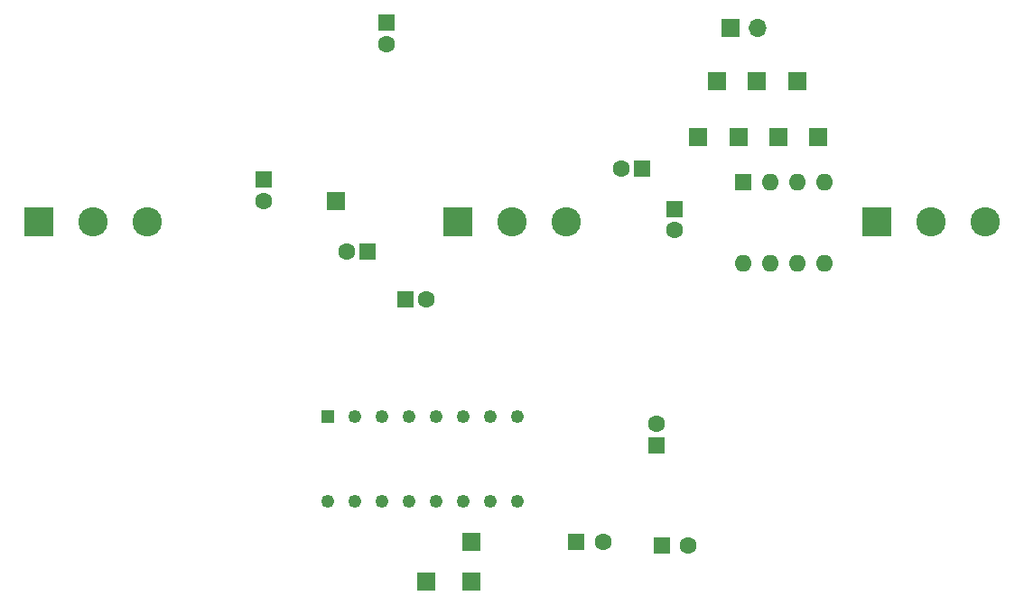
<source format=gbs>
%TF.GenerationSoftware,KiCad,Pcbnew,7.0.2*%
%TF.CreationDate,2023-07-16T22:24:44-04:00*%
%TF.ProjectId,hellerune,68656c6c-6572-4756-9e65-2e6b69636164,rev?*%
%TF.SameCoordinates,Original*%
%TF.FileFunction,Soldermask,Bot*%
%TF.FilePolarity,Negative*%
%FSLAX46Y46*%
G04 Gerber Fmt 4.6, Leading zero omitted, Abs format (unit mm)*
G04 Created by KiCad (PCBNEW 7.0.2) date 2023-07-16 22:24:44*
%MOMM*%
%LPD*%
G01*
G04 APERTURE LIST*
G04 Aperture macros list*
%AMRoundRect*
0 Rectangle with rounded corners*
0 $1 Rounding radius*
0 $2 $3 $4 $5 $6 $7 $8 $9 X,Y pos of 4 corners*
0 Add a 4 corners polygon primitive as box body*
4,1,4,$2,$3,$4,$5,$6,$7,$8,$9,$2,$3,0*
0 Add four circle primitives for the rounded corners*
1,1,$1+$1,$2,$3*
1,1,$1+$1,$4,$5*
1,1,$1+$1,$6,$7*
1,1,$1+$1,$8,$9*
0 Add four rect primitives between the rounded corners*
20,1,$1+$1,$2,$3,$4,$5,0*
20,1,$1+$1,$4,$5,$6,$7,0*
20,1,$1+$1,$6,$7,$8,$9,0*
20,1,$1+$1,$8,$9,$2,$3,0*%
G04 Aperture macros list end*
%ADD10R,1.700000X1.700000*%
%ADD11O,1.700000X1.700000*%
%ADD12RoundRect,0.101600X1.270000X1.270000X-1.270000X1.270000X-1.270000X-1.270000X1.270000X-1.270000X0*%
%ADD13C,2.743200*%
%ADD14R,1.600000X1.600000*%
%ADD15O,1.600000X1.600000*%
%ADD16C,1.600000*%
%ADD17R,1.248000X1.248000*%
%ADD18C,1.248000*%
G04 APERTURE END LIST*
D10*
X159750000Y-56750000D03*
D11*
X162290000Y-56750000D03*
D10*
X168000000Y-67000000D03*
X135500000Y-105000000D03*
D12*
X94920000Y-74985500D03*
D13*
X100000000Y-74985500D03*
X105080000Y-74985500D03*
D12*
X173456800Y-75000000D03*
D13*
X178536800Y-75000000D03*
X183616800Y-75000000D03*
D10*
X156750000Y-67000000D03*
X166000000Y-61750000D03*
X164250000Y-67000000D03*
X158500000Y-61750000D03*
X122750000Y-73000000D03*
X160500000Y-67000000D03*
X131250000Y-108750000D03*
X135500000Y-108750000D03*
X162250000Y-61750000D03*
D12*
X134170000Y-74985500D03*
D13*
X139250000Y-74985500D03*
X144330000Y-74985500D03*
D14*
X160920000Y-71250000D03*
D15*
X163460000Y-71250000D03*
X166000000Y-71250000D03*
X168540000Y-71250000D03*
X168540000Y-78870000D03*
X166000000Y-78870000D03*
X163460000Y-78870000D03*
X160920000Y-78870000D03*
D14*
X127500000Y-56250000D03*
D16*
X127500000Y-58250000D03*
D14*
X145317621Y-105000000D03*
D16*
X147817621Y-105000000D03*
D14*
X125755113Y-77800000D03*
D16*
X123755113Y-77800000D03*
D14*
X151500000Y-70000000D03*
D16*
X149500000Y-70000000D03*
D14*
X116000000Y-71000000D03*
D16*
X116000000Y-73000000D03*
D14*
X152800000Y-95955113D03*
D16*
X152800000Y-93955113D03*
D14*
X153300000Y-105400000D03*
D16*
X155800000Y-105400000D03*
D14*
X154500000Y-73750000D03*
D16*
X154500000Y-75750000D03*
D14*
X129250000Y-82250000D03*
D16*
X131250000Y-82250000D03*
D17*
X121999293Y-93250707D03*
D18*
X124539293Y-93250707D03*
X127079293Y-93250707D03*
X129619293Y-93250707D03*
X132159293Y-93250707D03*
X134699293Y-93250707D03*
X137239293Y-93250707D03*
X139779293Y-93250707D03*
X139779293Y-101190707D03*
X137239293Y-101190707D03*
X134699293Y-101190707D03*
X132159293Y-101190707D03*
X129619293Y-101190707D03*
X127079293Y-101190707D03*
X124539293Y-101190707D03*
X121999293Y-101190707D03*
M02*

</source>
